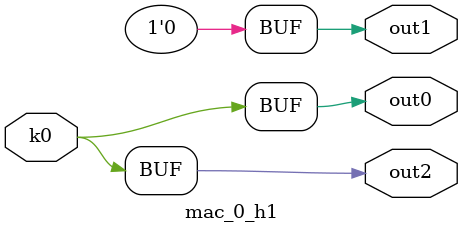
<source format=v>
module mac_0(pi0, pi1, pi2, pi3, pi4, po0, po1, po2);
input pi0, pi1, pi2, pi3, pi4;
output po0, po1, po2;
wire k0;
mac_0_w1 DUT1 (pi0, pi1, pi2, pi3, pi4, k0);
mac_0_h1 DUT2 (k0, po0, po1, po2);
endmodule

module mac_0_w1(in4, in3, in2, in1, in0, k0);
input in4, in3, in2, in1, in0;
output k0;
assign k0 =   ((in2 ^ in1) & (~in4 ^ in3)) | ((~in2 ^ in1) & (in4 ^ in3));
endmodule

module mac_0_h1(k0, out2, out1, out0);
input k0;
output out2, out1, out0;
assign out0 = k0;
assign out1 = 0;
assign out2 = k0;
endmodule

</source>
